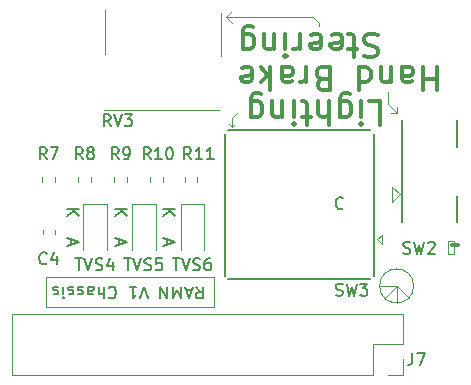
<source format=gbr>
G04 #@! TF.GenerationSoftware,KiCad,Pcbnew,(5.1.9)-1*
G04 #@! TF.CreationDate,2021-02-23T11:03:35+09:00*
G04 #@! TF.ProjectId,chassis,63686173-7369-4732-9e6b-696361645f70,rev?*
G04 #@! TF.SameCoordinates,Original*
G04 #@! TF.FileFunction,Legend,Top*
G04 #@! TF.FilePolarity,Positive*
%FSLAX46Y46*%
G04 Gerber Fmt 4.6, Leading zero omitted, Abs format (unit mm)*
G04 Created by KiCad (PCBNEW (5.1.9)-1) date 2021-02-23 11:03:35*
%MOMM*%
%LPD*%
G01*
G04 APERTURE LIST*
%ADD10C,0.150000*%
%ADD11C,0.120000*%
%ADD12C,0.300000*%
%ADD13C,0.200000*%
G04 APERTURE END LIST*
D10*
X46315333Y-53355904D02*
X46315333Y-53832095D01*
X46029619Y-53260666D02*
X47029619Y-53594000D01*
X46029619Y-53927333D01*
X42251333Y-53355904D02*
X42251333Y-53832095D01*
X41965619Y-53260666D02*
X42965619Y-53594000D01*
X41965619Y-53927333D01*
X38187333Y-53355904D02*
X38187333Y-53832095D01*
X37901619Y-53260666D02*
X38901619Y-53594000D01*
X37901619Y-53927333D01*
X37901619Y-50792095D02*
X38901619Y-50792095D01*
X37901619Y-51363523D02*
X38473047Y-50934952D01*
X38901619Y-51363523D02*
X38330190Y-50792095D01*
X41965619Y-50792095D02*
X42965619Y-50792095D01*
X41965619Y-51363523D02*
X42537047Y-50934952D01*
X42965619Y-51363523D02*
X42394190Y-50792095D01*
X46029619Y-50792095D02*
X47029619Y-50792095D01*
X46029619Y-51363523D02*
X46601047Y-50934952D01*
X47029619Y-51363523D02*
X46458190Y-50792095D01*
D11*
X59182000Y-35052000D02*
X59182000Y-35306000D01*
X51308000Y-34544000D02*
X51816000Y-35052000D01*
X51308000Y-34544000D02*
X51816000Y-34036000D01*
X58674000Y-34544000D02*
X51308000Y-34544000D01*
X59182000Y-35052000D02*
X58674000Y-34544000D01*
X65786000Y-42672000D02*
X65278000Y-42672000D01*
X65786000Y-42164000D02*
X65786000Y-42672000D01*
X65786000Y-42672000D02*
X65786000Y-42164000D01*
X65024000Y-41910000D02*
X65786000Y-42672000D01*
X65024000Y-40894000D02*
X65024000Y-41910000D01*
X51816000Y-43815000D02*
X52070000Y-43561000D01*
X51562000Y-43561000D02*
X51816000Y-43815000D01*
X51816000Y-43053000D02*
X51816000Y-43815000D01*
X52324000Y-42545000D02*
X51816000Y-43053000D01*
D12*
X64181904Y-36020476D02*
X63896190Y-35925238D01*
X63420000Y-35925238D01*
X63229523Y-36020476D01*
X63134285Y-36115714D01*
X63039047Y-36306190D01*
X63039047Y-36496666D01*
X63134285Y-36687142D01*
X63229523Y-36782380D01*
X63420000Y-36877619D01*
X63800952Y-36972857D01*
X63991428Y-37068095D01*
X64086666Y-37163333D01*
X64181904Y-37353809D01*
X64181904Y-37544285D01*
X64086666Y-37734761D01*
X63991428Y-37830000D01*
X63800952Y-37925238D01*
X63324761Y-37925238D01*
X63039047Y-37830000D01*
X62467619Y-37258571D02*
X61705714Y-37258571D01*
X62181904Y-37925238D02*
X62181904Y-36210952D01*
X62086666Y-36020476D01*
X61896190Y-35925238D01*
X61705714Y-35925238D01*
X60277142Y-36020476D02*
X60467619Y-35925238D01*
X60848571Y-35925238D01*
X61039047Y-36020476D01*
X61134285Y-36210952D01*
X61134285Y-36972857D01*
X61039047Y-37163333D01*
X60848571Y-37258571D01*
X60467619Y-37258571D01*
X60277142Y-37163333D01*
X60181904Y-36972857D01*
X60181904Y-36782380D01*
X61134285Y-36591904D01*
X58562857Y-36020476D02*
X58753333Y-35925238D01*
X59134285Y-35925238D01*
X59324761Y-36020476D01*
X59420000Y-36210952D01*
X59420000Y-36972857D01*
X59324761Y-37163333D01*
X59134285Y-37258571D01*
X58753333Y-37258571D01*
X58562857Y-37163333D01*
X58467619Y-36972857D01*
X58467619Y-36782380D01*
X59420000Y-36591904D01*
X57610476Y-35925238D02*
X57610476Y-37258571D01*
X57610476Y-36877619D02*
X57515238Y-37068095D01*
X57420000Y-37163333D01*
X57229523Y-37258571D01*
X57039047Y-37258571D01*
X56372380Y-35925238D02*
X56372380Y-37258571D01*
X56372380Y-37925238D02*
X56467619Y-37830000D01*
X56372380Y-37734761D01*
X56277142Y-37830000D01*
X56372380Y-37925238D01*
X56372380Y-37734761D01*
X55420000Y-37258571D02*
X55420000Y-35925238D01*
X55420000Y-37068095D02*
X55324761Y-37163333D01*
X55134285Y-37258571D01*
X54848571Y-37258571D01*
X54658095Y-37163333D01*
X54562857Y-36972857D01*
X54562857Y-35925238D01*
X52753333Y-37258571D02*
X52753333Y-35639523D01*
X52848571Y-35449047D01*
X52943809Y-35353809D01*
X53134285Y-35258571D01*
X53420000Y-35258571D01*
X53610476Y-35353809D01*
X52753333Y-36020476D02*
X52943809Y-35925238D01*
X53324761Y-35925238D01*
X53515238Y-36020476D01*
X53610476Y-36115714D01*
X53705714Y-36306190D01*
X53705714Y-36877619D01*
X53610476Y-37068095D01*
X53515238Y-37163333D01*
X53324761Y-37258571D01*
X52943809Y-37258571D01*
X52753333Y-37163333D01*
X70485000Y-53848000D02*
X70993000Y-53848000D01*
D11*
X70612000Y-53467000D02*
X70104000Y-53467000D01*
X70612000Y-54610000D02*
X70612000Y-53467000D01*
X70104000Y-54610000D02*
X70612000Y-54610000D01*
X70104000Y-53467000D02*
X70104000Y-54610000D01*
D12*
X63451809Y-41640238D02*
X64404190Y-41640238D01*
X64404190Y-43640238D01*
X62785142Y-41640238D02*
X62785142Y-42973571D01*
X62785142Y-43640238D02*
X62880380Y-43545000D01*
X62785142Y-43449761D01*
X62689904Y-43545000D01*
X62785142Y-43640238D01*
X62785142Y-43449761D01*
X60975619Y-42973571D02*
X60975619Y-41354523D01*
X61070857Y-41164047D01*
X61166095Y-41068809D01*
X61356571Y-40973571D01*
X61642285Y-40973571D01*
X61832761Y-41068809D01*
X60975619Y-41735476D02*
X61166095Y-41640238D01*
X61547047Y-41640238D01*
X61737523Y-41735476D01*
X61832761Y-41830714D01*
X61928000Y-42021190D01*
X61928000Y-42592619D01*
X61832761Y-42783095D01*
X61737523Y-42878333D01*
X61547047Y-42973571D01*
X61166095Y-42973571D01*
X60975619Y-42878333D01*
X60023238Y-41640238D02*
X60023238Y-43640238D01*
X59166095Y-41640238D02*
X59166095Y-42687857D01*
X59261333Y-42878333D01*
X59451809Y-42973571D01*
X59737523Y-42973571D01*
X59928000Y-42878333D01*
X60023238Y-42783095D01*
X58499428Y-42973571D02*
X57737523Y-42973571D01*
X58213714Y-43640238D02*
X58213714Y-41925952D01*
X58118476Y-41735476D01*
X57928000Y-41640238D01*
X57737523Y-41640238D01*
X57070857Y-41640238D02*
X57070857Y-42973571D01*
X57070857Y-43640238D02*
X57166095Y-43545000D01*
X57070857Y-43449761D01*
X56975619Y-43545000D01*
X57070857Y-43640238D01*
X57070857Y-43449761D01*
X56118476Y-42973571D02*
X56118476Y-41640238D01*
X56118476Y-42783095D02*
X56023238Y-42878333D01*
X55832761Y-42973571D01*
X55547047Y-42973571D01*
X55356571Y-42878333D01*
X55261333Y-42687857D01*
X55261333Y-41640238D01*
X53451809Y-42973571D02*
X53451809Y-41354523D01*
X53547047Y-41164047D01*
X53642285Y-41068809D01*
X53832761Y-40973571D01*
X54118476Y-40973571D01*
X54308952Y-41068809D01*
X53451809Y-41735476D02*
X53642285Y-41640238D01*
X54023238Y-41640238D01*
X54213714Y-41735476D01*
X54308952Y-41830714D01*
X54404190Y-42021190D01*
X54404190Y-42592619D01*
X54308952Y-42783095D01*
X54213714Y-42878333D01*
X54023238Y-42973571D01*
X53642285Y-42973571D01*
X53451809Y-42878333D01*
X69198095Y-38719238D02*
X69198095Y-40719238D01*
X69198095Y-39766857D02*
X68055238Y-39766857D01*
X68055238Y-38719238D02*
X68055238Y-40719238D01*
X66245714Y-38719238D02*
X66245714Y-39766857D01*
X66340952Y-39957333D01*
X66531428Y-40052571D01*
X66912380Y-40052571D01*
X67102857Y-39957333D01*
X66245714Y-38814476D02*
X66436190Y-38719238D01*
X66912380Y-38719238D01*
X67102857Y-38814476D01*
X67198095Y-39004952D01*
X67198095Y-39195428D01*
X67102857Y-39385904D01*
X66912380Y-39481142D01*
X66436190Y-39481142D01*
X66245714Y-39576380D01*
X65293333Y-40052571D02*
X65293333Y-38719238D01*
X65293333Y-39862095D02*
X65198095Y-39957333D01*
X65007619Y-40052571D01*
X64721904Y-40052571D01*
X64531428Y-39957333D01*
X64436190Y-39766857D01*
X64436190Y-38719238D01*
X62626666Y-38719238D02*
X62626666Y-40719238D01*
X62626666Y-38814476D02*
X62817142Y-38719238D01*
X63198095Y-38719238D01*
X63388571Y-38814476D01*
X63483809Y-38909714D01*
X63579047Y-39100190D01*
X63579047Y-39671619D01*
X63483809Y-39862095D01*
X63388571Y-39957333D01*
X63198095Y-40052571D01*
X62817142Y-40052571D01*
X62626666Y-39957333D01*
X59483809Y-39766857D02*
X59198095Y-39671619D01*
X59102857Y-39576380D01*
X59007619Y-39385904D01*
X59007619Y-39100190D01*
X59102857Y-38909714D01*
X59198095Y-38814476D01*
X59388571Y-38719238D01*
X60150476Y-38719238D01*
X60150476Y-40719238D01*
X59483809Y-40719238D01*
X59293333Y-40624000D01*
X59198095Y-40528761D01*
X59102857Y-40338285D01*
X59102857Y-40147809D01*
X59198095Y-39957333D01*
X59293333Y-39862095D01*
X59483809Y-39766857D01*
X60150476Y-39766857D01*
X58150476Y-38719238D02*
X58150476Y-40052571D01*
X58150476Y-39671619D02*
X58055238Y-39862095D01*
X57960000Y-39957333D01*
X57769523Y-40052571D01*
X57579047Y-40052571D01*
X56055238Y-38719238D02*
X56055238Y-39766857D01*
X56150476Y-39957333D01*
X56340952Y-40052571D01*
X56721904Y-40052571D01*
X56912380Y-39957333D01*
X56055238Y-38814476D02*
X56245714Y-38719238D01*
X56721904Y-38719238D01*
X56912380Y-38814476D01*
X57007619Y-39004952D01*
X57007619Y-39195428D01*
X56912380Y-39385904D01*
X56721904Y-39481142D01*
X56245714Y-39481142D01*
X56055238Y-39576380D01*
X55102857Y-38719238D02*
X55102857Y-40719238D01*
X54912380Y-39481142D02*
X54340952Y-38719238D01*
X54340952Y-40052571D02*
X55102857Y-39290666D01*
X52721904Y-38814476D02*
X52912380Y-38719238D01*
X53293333Y-38719238D01*
X53483809Y-38814476D01*
X53579047Y-39004952D01*
X53579047Y-39766857D01*
X53483809Y-39957333D01*
X53293333Y-40052571D01*
X52912380Y-40052571D01*
X52721904Y-39957333D01*
X52626666Y-39766857D01*
X52626666Y-39576380D01*
X53579047Y-39385904D01*
D11*
X65786000Y-57277000D02*
X64349160Y-57277000D01*
X65786000Y-57277000D02*
X65786000Y-58713840D01*
X65786000Y-57277000D02*
X64770000Y-58293000D01*
X65786000Y-57277000D02*
X66802000Y-58293000D01*
X67222841Y-57277000D02*
G75*
G03*
X67222841Y-57277000I-1436841J0D01*
G01*
X64516000Y-53721000D02*
X64135000Y-53340000D01*
X64516000Y-52959000D02*
X64516000Y-53721000D01*
X64135000Y-53340000D02*
X64516000Y-52959000D01*
X65405000Y-48895000D02*
X66040000Y-49530000D01*
X65405000Y-50165000D02*
X65405000Y-48895000D01*
X66040000Y-49530000D02*
X65405000Y-50165000D01*
X50292000Y-59055000D02*
X36068000Y-59055000D01*
X50292000Y-56515000D02*
X50292000Y-59055000D01*
X36068000Y-56515000D02*
X50292000Y-56515000D01*
X36068000Y-59055000D02*
X36068000Y-56515000D01*
D10*
X48791047Y-57332619D02*
X49124380Y-57808809D01*
X49362476Y-57332619D02*
X49362476Y-58332619D01*
X48981523Y-58332619D01*
X48886285Y-58285000D01*
X48838666Y-58237380D01*
X48791047Y-58142142D01*
X48791047Y-57999285D01*
X48838666Y-57904047D01*
X48886285Y-57856428D01*
X48981523Y-57808809D01*
X49362476Y-57808809D01*
X48410095Y-57618333D02*
X47933904Y-57618333D01*
X48505333Y-57332619D02*
X48172000Y-58332619D01*
X47838666Y-57332619D01*
X47505333Y-57332619D02*
X47505333Y-58332619D01*
X47172000Y-57618333D01*
X46838666Y-58332619D01*
X46838666Y-57332619D01*
X46362476Y-57332619D02*
X46362476Y-58332619D01*
X45791047Y-57332619D01*
X45791047Y-58332619D01*
X44695809Y-58332619D02*
X44362476Y-57332619D01*
X44029142Y-58332619D01*
X43172000Y-57332619D02*
X43743428Y-57332619D01*
X43457714Y-57332619D02*
X43457714Y-58332619D01*
X43552952Y-58189761D01*
X43648190Y-58094523D01*
X43743428Y-58046904D01*
X41410095Y-57427857D02*
X41457714Y-57380238D01*
X41600571Y-57332619D01*
X41695809Y-57332619D01*
X41838666Y-57380238D01*
X41933904Y-57475476D01*
X41981523Y-57570714D01*
X42029142Y-57761190D01*
X42029142Y-57904047D01*
X41981523Y-58094523D01*
X41933904Y-58189761D01*
X41838666Y-58285000D01*
X41695809Y-58332619D01*
X41600571Y-58332619D01*
X41457714Y-58285000D01*
X41410095Y-58237380D01*
X40981523Y-57332619D02*
X40981523Y-58332619D01*
X40552952Y-57332619D02*
X40552952Y-57856428D01*
X40600571Y-57951666D01*
X40695809Y-57999285D01*
X40838666Y-57999285D01*
X40933904Y-57951666D01*
X40981523Y-57904047D01*
X39648190Y-57332619D02*
X39648190Y-57856428D01*
X39695809Y-57951666D01*
X39791047Y-57999285D01*
X39981523Y-57999285D01*
X40076761Y-57951666D01*
X39648190Y-57380238D02*
X39743428Y-57332619D01*
X39981523Y-57332619D01*
X40076761Y-57380238D01*
X40124380Y-57475476D01*
X40124380Y-57570714D01*
X40076761Y-57665952D01*
X39981523Y-57713571D01*
X39743428Y-57713571D01*
X39648190Y-57761190D01*
X39219619Y-57380238D02*
X39124380Y-57332619D01*
X38933904Y-57332619D01*
X38838666Y-57380238D01*
X38791047Y-57475476D01*
X38791047Y-57523095D01*
X38838666Y-57618333D01*
X38933904Y-57665952D01*
X39076761Y-57665952D01*
X39172000Y-57713571D01*
X39219619Y-57808809D01*
X39219619Y-57856428D01*
X39172000Y-57951666D01*
X39076761Y-57999285D01*
X38933904Y-57999285D01*
X38838666Y-57951666D01*
X38410095Y-57380238D02*
X38314857Y-57332619D01*
X38124380Y-57332619D01*
X38029142Y-57380238D01*
X37981523Y-57475476D01*
X37981523Y-57523095D01*
X38029142Y-57618333D01*
X38124380Y-57665952D01*
X38267238Y-57665952D01*
X38362476Y-57713571D01*
X38410095Y-57808809D01*
X38410095Y-57856428D01*
X38362476Y-57951666D01*
X38267238Y-57999285D01*
X38124380Y-57999285D01*
X38029142Y-57951666D01*
X37552952Y-57332619D02*
X37552952Y-57999285D01*
X37552952Y-58332619D02*
X37600571Y-58285000D01*
X37552952Y-58237380D01*
X37505333Y-58285000D01*
X37552952Y-58332619D01*
X37552952Y-58237380D01*
X37124380Y-57380238D02*
X37029142Y-57332619D01*
X36838666Y-57332619D01*
X36743428Y-57380238D01*
X36695809Y-57475476D01*
X36695809Y-57523095D01*
X36743428Y-57618333D01*
X36838666Y-57665952D01*
X36981523Y-57665952D01*
X37076761Y-57713571D01*
X37124380Y-57808809D01*
X37124380Y-57856428D01*
X37076761Y-57951666D01*
X36981523Y-57999285D01*
X36838666Y-57999285D01*
X36743428Y-57951666D01*
D11*
X41074000Y-37682000D02*
X41074000Y-33882000D01*
X40974000Y-42382000D02*
X50774000Y-42382000D01*
X50874000Y-37782000D02*
X50874000Y-34182000D01*
D13*
X63831000Y-56419000D02*
X63831000Y-44419000D01*
X63531000Y-44119000D02*
X51531000Y-44119000D01*
X51231000Y-44419000D02*
X51231000Y-56419000D01*
X51531000Y-56719000D02*
X63531000Y-56719000D01*
D11*
X49514000Y-50378000D02*
X47514000Y-50378000D01*
X47514000Y-50378000D02*
X47514000Y-54228000D01*
X49514000Y-50378000D02*
X49514000Y-54228000D01*
X45386500Y-50378000D02*
X43386500Y-50378000D01*
X43386500Y-50378000D02*
X43386500Y-54228000D01*
X45386500Y-50378000D02*
X45386500Y-54228000D01*
X41259000Y-50378000D02*
X39259000Y-50378000D01*
X39259000Y-50378000D02*
X39259000Y-54228000D01*
X41259000Y-50378000D02*
X41259000Y-54228000D01*
X35812000Y-52564420D02*
X35812000Y-52845580D01*
X36832000Y-52564420D02*
X36832000Y-52845580D01*
X47864500Y-48497258D02*
X47864500Y-48022742D01*
X48909500Y-48497258D02*
X48909500Y-48022742D01*
X44943500Y-48022742D02*
X44943500Y-48497258D01*
X45988500Y-48022742D02*
X45988500Y-48497258D01*
X42940500Y-48497258D02*
X42940500Y-48022742D01*
X41895500Y-48497258D02*
X41895500Y-48022742D01*
X39892500Y-48497258D02*
X39892500Y-48022742D01*
X38847500Y-48497258D02*
X38847500Y-48022742D01*
X35799500Y-48022742D02*
X35799500Y-48497258D01*
X36844500Y-48022742D02*
X36844500Y-48497258D01*
X66354000Y-59630000D02*
X66354000Y-62230000D01*
X66354000Y-59630000D02*
X33214000Y-59630000D01*
X33214000Y-59630000D02*
X33214000Y-64830000D01*
X63754000Y-64830000D02*
X33214000Y-64830000D01*
X63754000Y-62230000D02*
X63754000Y-64830000D01*
X66354000Y-62230000D02*
X63754000Y-62230000D01*
X66354000Y-64830000D02*
X65024000Y-64830000D01*
X66354000Y-63500000D02*
X66354000Y-64830000D01*
D10*
X70880000Y-45530000D02*
X70880000Y-43230000D01*
X70880000Y-51830000D02*
X70880000Y-49630000D01*
X66280000Y-51830000D02*
X66280000Y-43230000D01*
X41568761Y-43759380D02*
X41235428Y-43283190D01*
X40997333Y-43759380D02*
X40997333Y-42759380D01*
X41378285Y-42759380D01*
X41473523Y-42807000D01*
X41521142Y-42854619D01*
X41568761Y-42949857D01*
X41568761Y-43092714D01*
X41521142Y-43187952D01*
X41473523Y-43235571D01*
X41378285Y-43283190D01*
X40997333Y-43283190D01*
X41854476Y-42759380D02*
X42187809Y-43759380D01*
X42521142Y-42759380D01*
X42759238Y-42759380D02*
X43378285Y-42759380D01*
X43044952Y-43140333D01*
X43187809Y-43140333D01*
X43283047Y-43187952D01*
X43330666Y-43235571D01*
X43378285Y-43330809D01*
X43378285Y-43568904D01*
X43330666Y-43664142D01*
X43283047Y-43711761D01*
X43187809Y-43759380D01*
X42902095Y-43759380D01*
X42806857Y-43711761D01*
X42759238Y-43664142D01*
X60642666Y-58062761D02*
X60785523Y-58110380D01*
X61023619Y-58110380D01*
X61118857Y-58062761D01*
X61166476Y-58015142D01*
X61214095Y-57919904D01*
X61214095Y-57824666D01*
X61166476Y-57729428D01*
X61118857Y-57681809D01*
X61023619Y-57634190D01*
X60833142Y-57586571D01*
X60737904Y-57538952D01*
X60690285Y-57491333D01*
X60642666Y-57396095D01*
X60642666Y-57300857D01*
X60690285Y-57205619D01*
X60737904Y-57158000D01*
X60833142Y-57110380D01*
X61071238Y-57110380D01*
X61214095Y-57158000D01*
X61547428Y-57110380D02*
X61785523Y-58110380D01*
X61976000Y-57396095D01*
X62166476Y-58110380D01*
X62404571Y-57110380D01*
X62690285Y-57110380D02*
X63309333Y-57110380D01*
X62976000Y-57491333D01*
X63118857Y-57491333D01*
X63214095Y-57538952D01*
X63261714Y-57586571D01*
X63309333Y-57681809D01*
X63309333Y-57919904D01*
X63261714Y-58015142D01*
X63214095Y-58062761D01*
X63118857Y-58110380D01*
X62833142Y-58110380D01*
X62737904Y-58062761D01*
X62690285Y-58015142D01*
X61240523Y-50676142D02*
X61192904Y-50723761D01*
X61050047Y-50771380D01*
X60954809Y-50771380D01*
X60811952Y-50723761D01*
X60716714Y-50628523D01*
X60669095Y-50533285D01*
X60621476Y-50342809D01*
X60621476Y-50199952D01*
X60669095Y-50009476D01*
X60716714Y-49914238D01*
X60811952Y-49819000D01*
X60954809Y-49771380D01*
X61050047Y-49771380D01*
X61192904Y-49819000D01*
X61240523Y-49866619D01*
X46847333Y-54951380D02*
X47418761Y-54951380D01*
X47133047Y-55951380D02*
X47133047Y-54951380D01*
X47609238Y-54951380D02*
X47942571Y-55951380D01*
X48275904Y-54951380D01*
X48561619Y-55903761D02*
X48704476Y-55951380D01*
X48942571Y-55951380D01*
X49037809Y-55903761D01*
X49085428Y-55856142D01*
X49133047Y-55760904D01*
X49133047Y-55665666D01*
X49085428Y-55570428D01*
X49037809Y-55522809D01*
X48942571Y-55475190D01*
X48752095Y-55427571D01*
X48656857Y-55379952D01*
X48609238Y-55332333D01*
X48561619Y-55237095D01*
X48561619Y-55141857D01*
X48609238Y-55046619D01*
X48656857Y-54999000D01*
X48752095Y-54951380D01*
X48990190Y-54951380D01*
X49133047Y-54999000D01*
X49990190Y-54951380D02*
X49799714Y-54951380D01*
X49704476Y-54999000D01*
X49656857Y-55046619D01*
X49561619Y-55189476D01*
X49514000Y-55379952D01*
X49514000Y-55760904D01*
X49561619Y-55856142D01*
X49609238Y-55903761D01*
X49704476Y-55951380D01*
X49894952Y-55951380D01*
X49990190Y-55903761D01*
X50037809Y-55856142D01*
X50085428Y-55760904D01*
X50085428Y-55522809D01*
X50037809Y-55427571D01*
X49990190Y-55379952D01*
X49894952Y-55332333D01*
X49704476Y-55332333D01*
X49609238Y-55379952D01*
X49561619Y-55427571D01*
X49514000Y-55522809D01*
X42719833Y-54951380D02*
X43291261Y-54951380D01*
X43005547Y-55951380D02*
X43005547Y-54951380D01*
X43481738Y-54951380D02*
X43815071Y-55951380D01*
X44148404Y-54951380D01*
X44434119Y-55903761D02*
X44576976Y-55951380D01*
X44815071Y-55951380D01*
X44910309Y-55903761D01*
X44957928Y-55856142D01*
X45005547Y-55760904D01*
X45005547Y-55665666D01*
X44957928Y-55570428D01*
X44910309Y-55522809D01*
X44815071Y-55475190D01*
X44624595Y-55427571D01*
X44529357Y-55379952D01*
X44481738Y-55332333D01*
X44434119Y-55237095D01*
X44434119Y-55141857D01*
X44481738Y-55046619D01*
X44529357Y-54999000D01*
X44624595Y-54951380D01*
X44862690Y-54951380D01*
X45005547Y-54999000D01*
X45910309Y-54951380D02*
X45434119Y-54951380D01*
X45386500Y-55427571D01*
X45434119Y-55379952D01*
X45529357Y-55332333D01*
X45767452Y-55332333D01*
X45862690Y-55379952D01*
X45910309Y-55427571D01*
X45957928Y-55522809D01*
X45957928Y-55760904D01*
X45910309Y-55856142D01*
X45862690Y-55903761D01*
X45767452Y-55951380D01*
X45529357Y-55951380D01*
X45434119Y-55903761D01*
X45386500Y-55856142D01*
X38592333Y-54951380D02*
X39163761Y-54951380D01*
X38878047Y-55951380D02*
X38878047Y-54951380D01*
X39354238Y-54951380D02*
X39687571Y-55951380D01*
X40020904Y-54951380D01*
X40306619Y-55903761D02*
X40449476Y-55951380D01*
X40687571Y-55951380D01*
X40782809Y-55903761D01*
X40830428Y-55856142D01*
X40878047Y-55760904D01*
X40878047Y-55665666D01*
X40830428Y-55570428D01*
X40782809Y-55522809D01*
X40687571Y-55475190D01*
X40497095Y-55427571D01*
X40401857Y-55379952D01*
X40354238Y-55332333D01*
X40306619Y-55237095D01*
X40306619Y-55141857D01*
X40354238Y-55046619D01*
X40401857Y-54999000D01*
X40497095Y-54951380D01*
X40735190Y-54951380D01*
X40878047Y-54999000D01*
X41735190Y-55284714D02*
X41735190Y-55951380D01*
X41497095Y-54903761D02*
X41259000Y-55618047D01*
X41878047Y-55618047D01*
X36155333Y-55348142D02*
X36107714Y-55395761D01*
X35964857Y-55443380D01*
X35869619Y-55443380D01*
X35726761Y-55395761D01*
X35631523Y-55300523D01*
X35583904Y-55205285D01*
X35536285Y-55014809D01*
X35536285Y-54871952D01*
X35583904Y-54681476D01*
X35631523Y-54586238D01*
X35726761Y-54491000D01*
X35869619Y-54443380D01*
X35964857Y-54443380D01*
X36107714Y-54491000D01*
X36155333Y-54538619D01*
X37012476Y-54776714D02*
X37012476Y-55443380D01*
X36774380Y-54395761D02*
X36536285Y-55110047D01*
X37155333Y-55110047D01*
X48379142Y-46553380D02*
X48045809Y-46077190D01*
X47807714Y-46553380D02*
X47807714Y-45553380D01*
X48188666Y-45553380D01*
X48283904Y-45601000D01*
X48331523Y-45648619D01*
X48379142Y-45743857D01*
X48379142Y-45886714D01*
X48331523Y-45981952D01*
X48283904Y-46029571D01*
X48188666Y-46077190D01*
X47807714Y-46077190D01*
X49331523Y-46553380D02*
X48760095Y-46553380D01*
X49045809Y-46553380D02*
X49045809Y-45553380D01*
X48950571Y-45696238D01*
X48855333Y-45791476D01*
X48760095Y-45839095D01*
X50283904Y-46553380D02*
X49712476Y-46553380D01*
X49998190Y-46553380D02*
X49998190Y-45553380D01*
X49902952Y-45696238D01*
X49807714Y-45791476D01*
X49712476Y-45839095D01*
X44950142Y-46553380D02*
X44616809Y-46077190D01*
X44378714Y-46553380D02*
X44378714Y-45553380D01*
X44759666Y-45553380D01*
X44854904Y-45601000D01*
X44902523Y-45648619D01*
X44950142Y-45743857D01*
X44950142Y-45886714D01*
X44902523Y-45981952D01*
X44854904Y-46029571D01*
X44759666Y-46077190D01*
X44378714Y-46077190D01*
X45902523Y-46553380D02*
X45331095Y-46553380D01*
X45616809Y-46553380D02*
X45616809Y-45553380D01*
X45521571Y-45696238D01*
X45426333Y-45791476D01*
X45331095Y-45839095D01*
X46521571Y-45553380D02*
X46616809Y-45553380D01*
X46712047Y-45601000D01*
X46759666Y-45648619D01*
X46807285Y-45743857D01*
X46854904Y-45934333D01*
X46854904Y-46172428D01*
X46807285Y-46362904D01*
X46759666Y-46458142D01*
X46712047Y-46505761D01*
X46616809Y-46553380D01*
X46521571Y-46553380D01*
X46426333Y-46505761D01*
X46378714Y-46458142D01*
X46331095Y-46362904D01*
X46283476Y-46172428D01*
X46283476Y-45934333D01*
X46331095Y-45743857D01*
X46378714Y-45648619D01*
X46426333Y-45601000D01*
X46521571Y-45553380D01*
X42251333Y-46553380D02*
X41918000Y-46077190D01*
X41679904Y-46553380D02*
X41679904Y-45553380D01*
X42060857Y-45553380D01*
X42156095Y-45601000D01*
X42203714Y-45648619D01*
X42251333Y-45743857D01*
X42251333Y-45886714D01*
X42203714Y-45981952D01*
X42156095Y-46029571D01*
X42060857Y-46077190D01*
X41679904Y-46077190D01*
X42727523Y-46553380D02*
X42918000Y-46553380D01*
X43013238Y-46505761D01*
X43060857Y-46458142D01*
X43156095Y-46315285D01*
X43203714Y-46124809D01*
X43203714Y-45743857D01*
X43156095Y-45648619D01*
X43108476Y-45601000D01*
X43013238Y-45553380D01*
X42822761Y-45553380D01*
X42727523Y-45601000D01*
X42679904Y-45648619D01*
X42632285Y-45743857D01*
X42632285Y-45981952D01*
X42679904Y-46077190D01*
X42727523Y-46124809D01*
X42822761Y-46172428D01*
X43013238Y-46172428D01*
X43108476Y-46124809D01*
X43156095Y-46077190D01*
X43203714Y-45981952D01*
X39203333Y-46553380D02*
X38870000Y-46077190D01*
X38631904Y-46553380D02*
X38631904Y-45553380D01*
X39012857Y-45553380D01*
X39108095Y-45601000D01*
X39155714Y-45648619D01*
X39203333Y-45743857D01*
X39203333Y-45886714D01*
X39155714Y-45981952D01*
X39108095Y-46029571D01*
X39012857Y-46077190D01*
X38631904Y-46077190D01*
X39774761Y-45981952D02*
X39679523Y-45934333D01*
X39631904Y-45886714D01*
X39584285Y-45791476D01*
X39584285Y-45743857D01*
X39631904Y-45648619D01*
X39679523Y-45601000D01*
X39774761Y-45553380D01*
X39965238Y-45553380D01*
X40060476Y-45601000D01*
X40108095Y-45648619D01*
X40155714Y-45743857D01*
X40155714Y-45791476D01*
X40108095Y-45886714D01*
X40060476Y-45934333D01*
X39965238Y-45981952D01*
X39774761Y-45981952D01*
X39679523Y-46029571D01*
X39631904Y-46077190D01*
X39584285Y-46172428D01*
X39584285Y-46362904D01*
X39631904Y-46458142D01*
X39679523Y-46505761D01*
X39774761Y-46553380D01*
X39965238Y-46553380D01*
X40060476Y-46505761D01*
X40108095Y-46458142D01*
X40155714Y-46362904D01*
X40155714Y-46172428D01*
X40108095Y-46077190D01*
X40060476Y-46029571D01*
X39965238Y-45981952D01*
X36155333Y-46553380D02*
X35822000Y-46077190D01*
X35583904Y-46553380D02*
X35583904Y-45553380D01*
X35964857Y-45553380D01*
X36060095Y-45601000D01*
X36107714Y-45648619D01*
X36155333Y-45743857D01*
X36155333Y-45886714D01*
X36107714Y-45981952D01*
X36060095Y-46029571D01*
X35964857Y-46077190D01*
X35583904Y-46077190D01*
X36488666Y-45553380D02*
X37155333Y-45553380D01*
X36726761Y-46553380D01*
X67103666Y-62952380D02*
X67103666Y-63666666D01*
X67056047Y-63809523D01*
X66960809Y-63904761D01*
X66817952Y-63952380D01*
X66722714Y-63952380D01*
X67484619Y-62952380D02*
X68151285Y-62952380D01*
X67722714Y-63952380D01*
X66357666Y-54506761D02*
X66500523Y-54554380D01*
X66738619Y-54554380D01*
X66833857Y-54506761D01*
X66881476Y-54459142D01*
X66929095Y-54363904D01*
X66929095Y-54268666D01*
X66881476Y-54173428D01*
X66833857Y-54125809D01*
X66738619Y-54078190D01*
X66548142Y-54030571D01*
X66452904Y-53982952D01*
X66405285Y-53935333D01*
X66357666Y-53840095D01*
X66357666Y-53744857D01*
X66405285Y-53649619D01*
X66452904Y-53602000D01*
X66548142Y-53554380D01*
X66786238Y-53554380D01*
X66929095Y-53602000D01*
X67262428Y-53554380D02*
X67500523Y-54554380D01*
X67691000Y-53840095D01*
X67881476Y-54554380D01*
X68119571Y-53554380D01*
X68452904Y-53649619D02*
X68500523Y-53602000D01*
X68595761Y-53554380D01*
X68833857Y-53554380D01*
X68929095Y-53602000D01*
X68976714Y-53649619D01*
X69024333Y-53744857D01*
X69024333Y-53840095D01*
X68976714Y-53982952D01*
X68405285Y-54554380D01*
X69024333Y-54554380D01*
M02*

</source>
